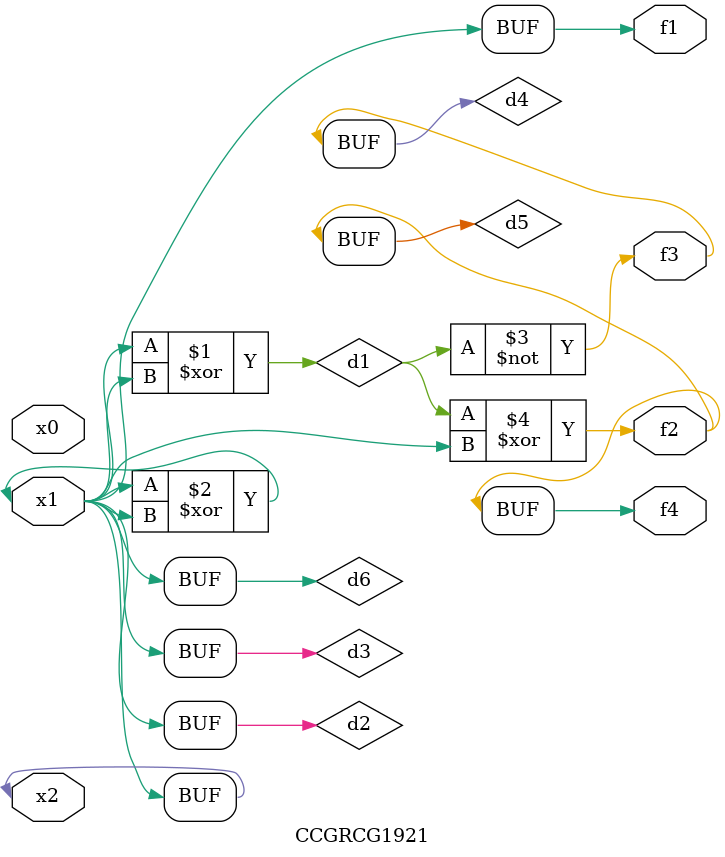
<source format=v>
module CCGRCG1921(
	input x0, x1, x2,
	output f1, f2, f3, f4
);

	wire d1, d2, d3, d4, d5, d6;

	xor (d1, x1, x2);
	buf (d2, x1, x2);
	xor (d3, x1, x2);
	nor (d4, d1);
	xor (d5, d1, d2);
	buf (d6, d2, d3);
	assign f1 = d6;
	assign f2 = d5;
	assign f3 = d4;
	assign f4 = d5;
endmodule

</source>
